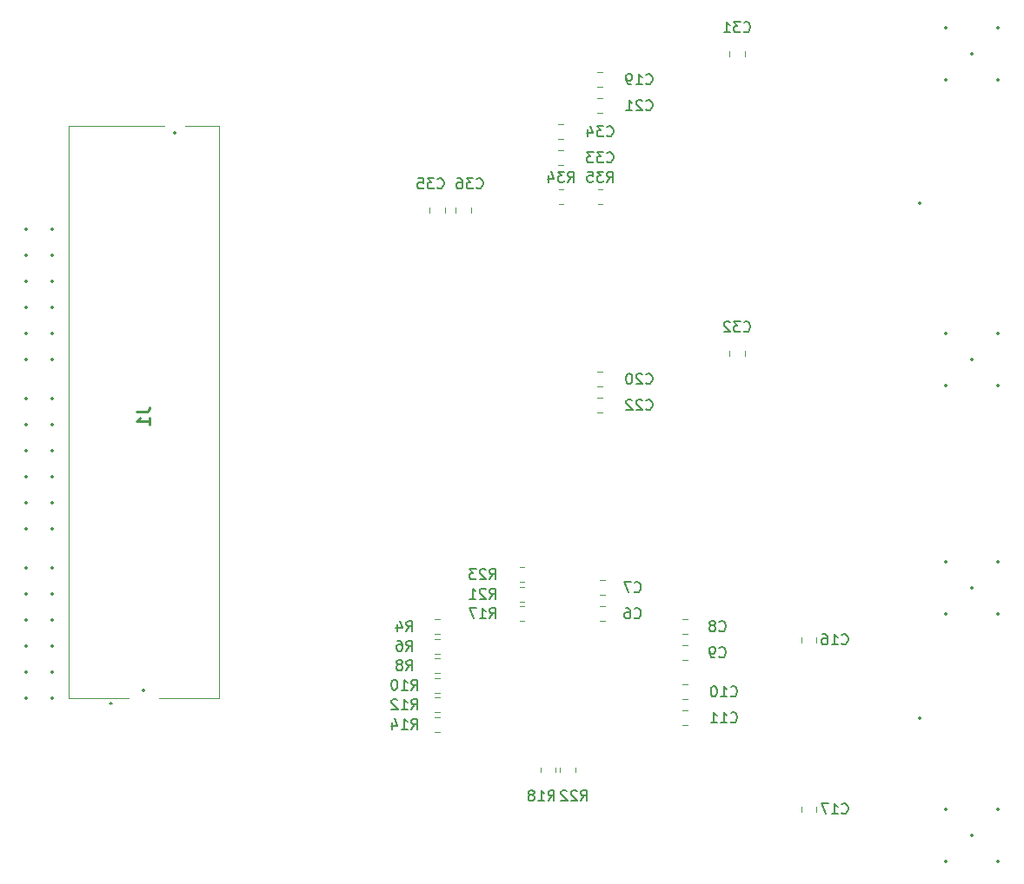
<source format=gbo>
%TF.GenerationSoftware,KiCad,Pcbnew,8.0.0*%
%TF.CreationDate,2024-09-01T00:48:49+03:00*%
%TF.ProjectId,ML605_LPC_Board_wADC_DAC,4d4c3630-355f-44c5-9043-5f426f617264,rev?*%
%TF.SameCoordinates,Original*%
%TF.FileFunction,Legend,Bot*%
%TF.FilePolarity,Positive*%
%FSLAX46Y46*%
G04 Gerber Fmt 4.6, Leading zero omitted, Abs format (unit mm)*
G04 Created by KiCad (PCBNEW 8.0.0) date 2024-09-01 00:48:49*
%MOMM*%
%LPD*%
G01*
G04 APERTURE LIST*
%ADD10C,0.177800*%
%ADD11C,0.254000*%
%ADD12C,0.120000*%
%ADD13C,0.100000*%
%ADD14C,0.200000*%
%ADD15C,0.350000*%
G04 APERTURE END LIST*
D10*
X146773142Y-85594013D02*
X146821523Y-85642394D01*
X146821523Y-85642394D02*
X146966666Y-85690774D01*
X146966666Y-85690774D02*
X147063428Y-85690774D01*
X147063428Y-85690774D02*
X147208571Y-85642394D01*
X147208571Y-85642394D02*
X147305333Y-85545632D01*
X147305333Y-85545632D02*
X147353714Y-85448870D01*
X147353714Y-85448870D02*
X147402095Y-85255346D01*
X147402095Y-85255346D02*
X147402095Y-85110203D01*
X147402095Y-85110203D02*
X147353714Y-84916679D01*
X147353714Y-84916679D02*
X147305333Y-84819917D01*
X147305333Y-84819917D02*
X147208571Y-84723155D01*
X147208571Y-84723155D02*
X147063428Y-84674774D01*
X147063428Y-84674774D02*
X146966666Y-84674774D01*
X146966666Y-84674774D02*
X146821523Y-84723155D01*
X146821523Y-84723155D02*
X146773142Y-84771536D01*
X146434476Y-84674774D02*
X145805523Y-84674774D01*
X145805523Y-84674774D02*
X146144190Y-85061822D01*
X146144190Y-85061822D02*
X145999047Y-85061822D01*
X145999047Y-85061822D02*
X145902285Y-85110203D01*
X145902285Y-85110203D02*
X145853904Y-85158584D01*
X145853904Y-85158584D02*
X145805523Y-85255346D01*
X145805523Y-85255346D02*
X145805523Y-85497251D01*
X145805523Y-85497251D02*
X145853904Y-85594013D01*
X145853904Y-85594013D02*
X145902285Y-85642394D01*
X145902285Y-85642394D02*
X145999047Y-85690774D01*
X145999047Y-85690774D02*
X146289333Y-85690774D01*
X146289333Y-85690774D02*
X146386095Y-85642394D01*
X146386095Y-85642394D02*
X146434476Y-85594013D01*
X145418476Y-84771536D02*
X145370095Y-84723155D01*
X145370095Y-84723155D02*
X145273333Y-84674774D01*
X145273333Y-84674774D02*
X145031428Y-84674774D01*
X145031428Y-84674774D02*
X144934666Y-84723155D01*
X144934666Y-84723155D02*
X144886285Y-84771536D01*
X144886285Y-84771536D02*
X144837904Y-84868298D01*
X144837904Y-84868298D02*
X144837904Y-84965060D01*
X144837904Y-84965060D02*
X144886285Y-85110203D01*
X144886285Y-85110203D02*
X145466857Y-85690774D01*
X145466857Y-85690774D02*
X144837904Y-85690774D01*
X137248142Y-90674013D02*
X137296523Y-90722394D01*
X137296523Y-90722394D02*
X137441666Y-90770774D01*
X137441666Y-90770774D02*
X137538428Y-90770774D01*
X137538428Y-90770774D02*
X137683571Y-90722394D01*
X137683571Y-90722394D02*
X137780333Y-90625632D01*
X137780333Y-90625632D02*
X137828714Y-90528870D01*
X137828714Y-90528870D02*
X137877095Y-90335346D01*
X137877095Y-90335346D02*
X137877095Y-90190203D01*
X137877095Y-90190203D02*
X137828714Y-89996679D01*
X137828714Y-89996679D02*
X137780333Y-89899917D01*
X137780333Y-89899917D02*
X137683571Y-89803155D01*
X137683571Y-89803155D02*
X137538428Y-89754774D01*
X137538428Y-89754774D02*
X137441666Y-89754774D01*
X137441666Y-89754774D02*
X137296523Y-89803155D01*
X137296523Y-89803155D02*
X137248142Y-89851536D01*
X136861095Y-89851536D02*
X136812714Y-89803155D01*
X136812714Y-89803155D02*
X136715952Y-89754774D01*
X136715952Y-89754774D02*
X136474047Y-89754774D01*
X136474047Y-89754774D02*
X136377285Y-89803155D01*
X136377285Y-89803155D02*
X136328904Y-89851536D01*
X136328904Y-89851536D02*
X136280523Y-89948298D01*
X136280523Y-89948298D02*
X136280523Y-90045060D01*
X136280523Y-90045060D02*
X136328904Y-90190203D01*
X136328904Y-90190203D02*
X136909476Y-90770774D01*
X136909476Y-90770774D02*
X136280523Y-90770774D01*
X135651571Y-89754774D02*
X135554809Y-89754774D01*
X135554809Y-89754774D02*
X135458047Y-89803155D01*
X135458047Y-89803155D02*
X135409666Y-89851536D01*
X135409666Y-89851536D02*
X135361285Y-89948298D01*
X135361285Y-89948298D02*
X135312904Y-90141822D01*
X135312904Y-90141822D02*
X135312904Y-90383727D01*
X135312904Y-90383727D02*
X135361285Y-90577251D01*
X135361285Y-90577251D02*
X135409666Y-90674013D01*
X135409666Y-90674013D02*
X135458047Y-90722394D01*
X135458047Y-90722394D02*
X135554809Y-90770774D01*
X135554809Y-90770774D02*
X135651571Y-90770774D01*
X135651571Y-90770774D02*
X135748333Y-90722394D01*
X135748333Y-90722394D02*
X135796714Y-90674013D01*
X135796714Y-90674013D02*
X135845095Y-90577251D01*
X135845095Y-90577251D02*
X135893476Y-90383727D01*
X135893476Y-90383727D02*
X135893476Y-90141822D01*
X135893476Y-90141822D02*
X135845095Y-89948298D01*
X135845095Y-89948298D02*
X135796714Y-89851536D01*
X135796714Y-89851536D02*
X135748333Y-89803155D01*
X135748333Y-89803155D02*
X135651571Y-89754774D01*
D11*
X87639318Y-93505667D02*
X88546461Y-93505667D01*
X88546461Y-93505667D02*
X88727889Y-93445190D01*
X88727889Y-93445190D02*
X88848842Y-93324238D01*
X88848842Y-93324238D02*
X88909318Y-93142809D01*
X88909318Y-93142809D02*
X88909318Y-93021857D01*
X88909318Y-94775667D02*
X88909318Y-94049952D01*
X88909318Y-94412809D02*
X87639318Y-94412809D01*
X87639318Y-94412809D02*
X87820746Y-94291857D01*
X87820746Y-94291857D02*
X87941699Y-94170905D01*
X87941699Y-94170905D02*
X88002175Y-94049952D01*
D10*
X113904332Y-116805774D02*
X114242999Y-116321965D01*
X114484904Y-116805774D02*
X114484904Y-115789774D01*
X114484904Y-115789774D02*
X114097856Y-115789774D01*
X114097856Y-115789774D02*
X114001094Y-115838155D01*
X114001094Y-115838155D02*
X113952713Y-115886536D01*
X113952713Y-115886536D02*
X113904332Y-115983298D01*
X113904332Y-115983298D02*
X113904332Y-116128441D01*
X113904332Y-116128441D02*
X113952713Y-116225203D01*
X113952713Y-116225203D02*
X114001094Y-116273584D01*
X114001094Y-116273584D02*
X114097856Y-116321965D01*
X114097856Y-116321965D02*
X114484904Y-116321965D01*
X113033475Y-115789774D02*
X113226999Y-115789774D01*
X113226999Y-115789774D02*
X113323761Y-115838155D01*
X113323761Y-115838155D02*
X113372142Y-115886536D01*
X113372142Y-115886536D02*
X113468904Y-116031679D01*
X113468904Y-116031679D02*
X113517285Y-116225203D01*
X113517285Y-116225203D02*
X113517285Y-116612251D01*
X113517285Y-116612251D02*
X113468904Y-116709013D01*
X113468904Y-116709013D02*
X113420523Y-116757394D01*
X113420523Y-116757394D02*
X113323761Y-116805774D01*
X113323761Y-116805774D02*
X113130237Y-116805774D01*
X113130237Y-116805774D02*
X113033475Y-116757394D01*
X113033475Y-116757394D02*
X112985094Y-116709013D01*
X112985094Y-116709013D02*
X112936713Y-116612251D01*
X112936713Y-116612251D02*
X112936713Y-116370346D01*
X112936713Y-116370346D02*
X112985094Y-116273584D01*
X112985094Y-116273584D02*
X113033475Y-116225203D01*
X113033475Y-116225203D02*
X113130237Y-116176822D01*
X113130237Y-116176822D02*
X113323761Y-116176822D01*
X113323761Y-116176822D02*
X113420523Y-116225203D01*
X113420523Y-116225203D02*
X113468904Y-116273584D01*
X113468904Y-116273584D02*
X113517285Y-116370346D01*
X122008142Y-113630774D02*
X122346809Y-113146965D01*
X122588714Y-113630774D02*
X122588714Y-112614774D01*
X122588714Y-112614774D02*
X122201666Y-112614774D01*
X122201666Y-112614774D02*
X122104904Y-112663155D01*
X122104904Y-112663155D02*
X122056523Y-112711536D01*
X122056523Y-112711536D02*
X122008142Y-112808298D01*
X122008142Y-112808298D02*
X122008142Y-112953441D01*
X122008142Y-112953441D02*
X122056523Y-113050203D01*
X122056523Y-113050203D02*
X122104904Y-113098584D01*
X122104904Y-113098584D02*
X122201666Y-113146965D01*
X122201666Y-113146965D02*
X122588714Y-113146965D01*
X121040523Y-113630774D02*
X121621095Y-113630774D01*
X121330809Y-113630774D02*
X121330809Y-112614774D01*
X121330809Y-112614774D02*
X121427571Y-112759917D01*
X121427571Y-112759917D02*
X121524333Y-112856679D01*
X121524333Y-112856679D02*
X121621095Y-112905060D01*
X120701857Y-112614774D02*
X120024523Y-112614774D01*
X120024523Y-112614774D02*
X120459952Y-113630774D01*
X114388142Y-120615774D02*
X114726809Y-120131965D01*
X114968714Y-120615774D02*
X114968714Y-119599774D01*
X114968714Y-119599774D02*
X114581666Y-119599774D01*
X114581666Y-119599774D02*
X114484904Y-119648155D01*
X114484904Y-119648155D02*
X114436523Y-119696536D01*
X114436523Y-119696536D02*
X114388142Y-119793298D01*
X114388142Y-119793298D02*
X114388142Y-119938441D01*
X114388142Y-119938441D02*
X114436523Y-120035203D01*
X114436523Y-120035203D02*
X114484904Y-120083584D01*
X114484904Y-120083584D02*
X114581666Y-120131965D01*
X114581666Y-120131965D02*
X114968714Y-120131965D01*
X113420523Y-120615774D02*
X114001095Y-120615774D01*
X113710809Y-120615774D02*
X113710809Y-119599774D01*
X113710809Y-119599774D02*
X113807571Y-119744917D01*
X113807571Y-119744917D02*
X113904333Y-119841679D01*
X113904333Y-119841679D02*
X114001095Y-119890060D01*
X112791571Y-119599774D02*
X112694809Y-119599774D01*
X112694809Y-119599774D02*
X112598047Y-119648155D01*
X112598047Y-119648155D02*
X112549666Y-119696536D01*
X112549666Y-119696536D02*
X112501285Y-119793298D01*
X112501285Y-119793298D02*
X112452904Y-119986822D01*
X112452904Y-119986822D02*
X112452904Y-120228727D01*
X112452904Y-120228727D02*
X112501285Y-120422251D01*
X112501285Y-120422251D02*
X112549666Y-120519013D01*
X112549666Y-120519013D02*
X112598047Y-120567394D01*
X112598047Y-120567394D02*
X112694809Y-120615774D01*
X112694809Y-120615774D02*
X112791571Y-120615774D01*
X112791571Y-120615774D02*
X112888333Y-120567394D01*
X112888333Y-120567394D02*
X112936714Y-120519013D01*
X112936714Y-120519013D02*
X112985095Y-120422251D01*
X112985095Y-120422251D02*
X113033476Y-120228727D01*
X113033476Y-120228727D02*
X113033476Y-119986822D01*
X113033476Y-119986822D02*
X112985095Y-119793298D01*
X112985095Y-119793298D02*
X112936714Y-119696536D01*
X112936714Y-119696536D02*
X112888333Y-119648155D01*
X112888333Y-119648155D02*
X112791571Y-119599774D01*
X156298142Y-132584013D02*
X156346523Y-132632394D01*
X156346523Y-132632394D02*
X156491666Y-132680774D01*
X156491666Y-132680774D02*
X156588428Y-132680774D01*
X156588428Y-132680774D02*
X156733571Y-132632394D01*
X156733571Y-132632394D02*
X156830333Y-132535632D01*
X156830333Y-132535632D02*
X156878714Y-132438870D01*
X156878714Y-132438870D02*
X156927095Y-132245346D01*
X156927095Y-132245346D02*
X156927095Y-132100203D01*
X156927095Y-132100203D02*
X156878714Y-131906679D01*
X156878714Y-131906679D02*
X156830333Y-131809917D01*
X156830333Y-131809917D02*
X156733571Y-131713155D01*
X156733571Y-131713155D02*
X156588428Y-131664774D01*
X156588428Y-131664774D02*
X156491666Y-131664774D01*
X156491666Y-131664774D02*
X156346523Y-131713155D01*
X156346523Y-131713155D02*
X156298142Y-131761536D01*
X155330523Y-132680774D02*
X155911095Y-132680774D01*
X155620809Y-132680774D02*
X155620809Y-131664774D01*
X155620809Y-131664774D02*
X155717571Y-131809917D01*
X155717571Y-131809917D02*
X155814333Y-131906679D01*
X155814333Y-131906679D02*
X155911095Y-131955060D01*
X154991857Y-131664774D02*
X154314523Y-131664774D01*
X154314523Y-131664774D02*
X154749952Y-132680774D01*
X120738142Y-71624013D02*
X120786523Y-71672394D01*
X120786523Y-71672394D02*
X120931666Y-71720774D01*
X120931666Y-71720774D02*
X121028428Y-71720774D01*
X121028428Y-71720774D02*
X121173571Y-71672394D01*
X121173571Y-71672394D02*
X121270333Y-71575632D01*
X121270333Y-71575632D02*
X121318714Y-71478870D01*
X121318714Y-71478870D02*
X121367095Y-71285346D01*
X121367095Y-71285346D02*
X121367095Y-71140203D01*
X121367095Y-71140203D02*
X121318714Y-70946679D01*
X121318714Y-70946679D02*
X121270333Y-70849917D01*
X121270333Y-70849917D02*
X121173571Y-70753155D01*
X121173571Y-70753155D02*
X121028428Y-70704774D01*
X121028428Y-70704774D02*
X120931666Y-70704774D01*
X120931666Y-70704774D02*
X120786523Y-70753155D01*
X120786523Y-70753155D02*
X120738142Y-70801536D01*
X120399476Y-70704774D02*
X119770523Y-70704774D01*
X119770523Y-70704774D02*
X120109190Y-71091822D01*
X120109190Y-71091822D02*
X119964047Y-71091822D01*
X119964047Y-71091822D02*
X119867285Y-71140203D01*
X119867285Y-71140203D02*
X119818904Y-71188584D01*
X119818904Y-71188584D02*
X119770523Y-71285346D01*
X119770523Y-71285346D02*
X119770523Y-71527251D01*
X119770523Y-71527251D02*
X119818904Y-71624013D01*
X119818904Y-71624013D02*
X119867285Y-71672394D01*
X119867285Y-71672394D02*
X119964047Y-71720774D01*
X119964047Y-71720774D02*
X120254333Y-71720774D01*
X120254333Y-71720774D02*
X120351095Y-71672394D01*
X120351095Y-71672394D02*
X120399476Y-71624013D01*
X118899666Y-70704774D02*
X119093190Y-70704774D01*
X119093190Y-70704774D02*
X119189952Y-70753155D01*
X119189952Y-70753155D02*
X119238333Y-70801536D01*
X119238333Y-70801536D02*
X119335095Y-70946679D01*
X119335095Y-70946679D02*
X119383476Y-71140203D01*
X119383476Y-71140203D02*
X119383476Y-71527251D01*
X119383476Y-71527251D02*
X119335095Y-71624013D01*
X119335095Y-71624013D02*
X119286714Y-71672394D01*
X119286714Y-71672394D02*
X119189952Y-71720774D01*
X119189952Y-71720774D02*
X118996428Y-71720774D01*
X118996428Y-71720774D02*
X118899666Y-71672394D01*
X118899666Y-71672394D02*
X118851285Y-71624013D01*
X118851285Y-71624013D02*
X118802904Y-71527251D01*
X118802904Y-71527251D02*
X118802904Y-71285346D01*
X118802904Y-71285346D02*
X118851285Y-71188584D01*
X118851285Y-71188584D02*
X118899666Y-71140203D01*
X118899666Y-71140203D02*
X118996428Y-71091822D01*
X118996428Y-71091822D02*
X119189952Y-71091822D01*
X119189952Y-71091822D02*
X119286714Y-71140203D01*
X119286714Y-71140203D02*
X119335095Y-71188584D01*
X119335095Y-71188584D02*
X119383476Y-71285346D01*
X113904332Y-118710774D02*
X114242999Y-118226965D01*
X114484904Y-118710774D02*
X114484904Y-117694774D01*
X114484904Y-117694774D02*
X114097856Y-117694774D01*
X114097856Y-117694774D02*
X114001094Y-117743155D01*
X114001094Y-117743155D02*
X113952713Y-117791536D01*
X113952713Y-117791536D02*
X113904332Y-117888298D01*
X113904332Y-117888298D02*
X113904332Y-118033441D01*
X113904332Y-118033441D02*
X113952713Y-118130203D01*
X113952713Y-118130203D02*
X114001094Y-118178584D01*
X114001094Y-118178584D02*
X114097856Y-118226965D01*
X114097856Y-118226965D02*
X114484904Y-118226965D01*
X113323761Y-118130203D02*
X113420523Y-118081822D01*
X113420523Y-118081822D02*
X113468904Y-118033441D01*
X113468904Y-118033441D02*
X113517285Y-117936679D01*
X113517285Y-117936679D02*
X113517285Y-117888298D01*
X113517285Y-117888298D02*
X113468904Y-117791536D01*
X113468904Y-117791536D02*
X113420523Y-117743155D01*
X113420523Y-117743155D02*
X113323761Y-117694774D01*
X113323761Y-117694774D02*
X113130237Y-117694774D01*
X113130237Y-117694774D02*
X113033475Y-117743155D01*
X113033475Y-117743155D02*
X112985094Y-117791536D01*
X112985094Y-117791536D02*
X112936713Y-117888298D01*
X112936713Y-117888298D02*
X112936713Y-117936679D01*
X112936713Y-117936679D02*
X112985094Y-118033441D01*
X112985094Y-118033441D02*
X113033475Y-118081822D01*
X113033475Y-118081822D02*
X113130237Y-118130203D01*
X113130237Y-118130203D02*
X113323761Y-118130203D01*
X113323761Y-118130203D02*
X113420523Y-118178584D01*
X113420523Y-118178584D02*
X113468904Y-118226965D01*
X113468904Y-118226965D02*
X113517285Y-118323727D01*
X113517285Y-118323727D02*
X113517285Y-118517251D01*
X113517285Y-118517251D02*
X113468904Y-118614013D01*
X113468904Y-118614013D02*
X113420523Y-118662394D01*
X113420523Y-118662394D02*
X113323761Y-118710774D01*
X113323761Y-118710774D02*
X113130237Y-118710774D01*
X113130237Y-118710774D02*
X113033475Y-118662394D01*
X113033475Y-118662394D02*
X112985094Y-118614013D01*
X112985094Y-118614013D02*
X112936713Y-118517251D01*
X112936713Y-118517251D02*
X112936713Y-118323727D01*
X112936713Y-118323727D02*
X112985094Y-118226965D01*
X112985094Y-118226965D02*
X113033475Y-118178584D01*
X113033475Y-118178584D02*
X113130237Y-118130203D01*
X136129332Y-110994013D02*
X136177713Y-111042394D01*
X136177713Y-111042394D02*
X136322856Y-111090774D01*
X136322856Y-111090774D02*
X136419618Y-111090774D01*
X136419618Y-111090774D02*
X136564761Y-111042394D01*
X136564761Y-111042394D02*
X136661523Y-110945632D01*
X136661523Y-110945632D02*
X136709904Y-110848870D01*
X136709904Y-110848870D02*
X136758285Y-110655346D01*
X136758285Y-110655346D02*
X136758285Y-110510203D01*
X136758285Y-110510203D02*
X136709904Y-110316679D01*
X136709904Y-110316679D02*
X136661523Y-110219917D01*
X136661523Y-110219917D02*
X136564761Y-110123155D01*
X136564761Y-110123155D02*
X136419618Y-110074774D01*
X136419618Y-110074774D02*
X136322856Y-110074774D01*
X136322856Y-110074774D02*
X136177713Y-110123155D01*
X136177713Y-110123155D02*
X136129332Y-110171536D01*
X135790666Y-110074774D02*
X135113332Y-110074774D01*
X135113332Y-110074774D02*
X135548761Y-111090774D01*
X133438142Y-66544013D02*
X133486523Y-66592394D01*
X133486523Y-66592394D02*
X133631666Y-66640774D01*
X133631666Y-66640774D02*
X133728428Y-66640774D01*
X133728428Y-66640774D02*
X133873571Y-66592394D01*
X133873571Y-66592394D02*
X133970333Y-66495632D01*
X133970333Y-66495632D02*
X134018714Y-66398870D01*
X134018714Y-66398870D02*
X134067095Y-66205346D01*
X134067095Y-66205346D02*
X134067095Y-66060203D01*
X134067095Y-66060203D02*
X134018714Y-65866679D01*
X134018714Y-65866679D02*
X133970333Y-65769917D01*
X133970333Y-65769917D02*
X133873571Y-65673155D01*
X133873571Y-65673155D02*
X133728428Y-65624774D01*
X133728428Y-65624774D02*
X133631666Y-65624774D01*
X133631666Y-65624774D02*
X133486523Y-65673155D01*
X133486523Y-65673155D02*
X133438142Y-65721536D01*
X133099476Y-65624774D02*
X132470523Y-65624774D01*
X132470523Y-65624774D02*
X132809190Y-66011822D01*
X132809190Y-66011822D02*
X132664047Y-66011822D01*
X132664047Y-66011822D02*
X132567285Y-66060203D01*
X132567285Y-66060203D02*
X132518904Y-66108584D01*
X132518904Y-66108584D02*
X132470523Y-66205346D01*
X132470523Y-66205346D02*
X132470523Y-66447251D01*
X132470523Y-66447251D02*
X132518904Y-66544013D01*
X132518904Y-66544013D02*
X132567285Y-66592394D01*
X132567285Y-66592394D02*
X132664047Y-66640774D01*
X132664047Y-66640774D02*
X132954333Y-66640774D01*
X132954333Y-66640774D02*
X133051095Y-66592394D01*
X133051095Y-66592394D02*
X133099476Y-66544013D01*
X131599666Y-65963441D02*
X131599666Y-66640774D01*
X131841571Y-65576394D02*
X132083476Y-66302108D01*
X132083476Y-66302108D02*
X131454523Y-66302108D01*
X127723142Y-131410774D02*
X128061809Y-130926965D01*
X128303714Y-131410774D02*
X128303714Y-130394774D01*
X128303714Y-130394774D02*
X127916666Y-130394774D01*
X127916666Y-130394774D02*
X127819904Y-130443155D01*
X127819904Y-130443155D02*
X127771523Y-130491536D01*
X127771523Y-130491536D02*
X127723142Y-130588298D01*
X127723142Y-130588298D02*
X127723142Y-130733441D01*
X127723142Y-130733441D02*
X127771523Y-130830203D01*
X127771523Y-130830203D02*
X127819904Y-130878584D01*
X127819904Y-130878584D02*
X127916666Y-130926965D01*
X127916666Y-130926965D02*
X128303714Y-130926965D01*
X126755523Y-131410774D02*
X127336095Y-131410774D01*
X127045809Y-131410774D02*
X127045809Y-130394774D01*
X127045809Y-130394774D02*
X127142571Y-130539917D01*
X127142571Y-130539917D02*
X127239333Y-130636679D01*
X127239333Y-130636679D02*
X127336095Y-130685060D01*
X126174952Y-130830203D02*
X126271714Y-130781822D01*
X126271714Y-130781822D02*
X126320095Y-130733441D01*
X126320095Y-130733441D02*
X126368476Y-130636679D01*
X126368476Y-130636679D02*
X126368476Y-130588298D01*
X126368476Y-130588298D02*
X126320095Y-130491536D01*
X126320095Y-130491536D02*
X126271714Y-130443155D01*
X126271714Y-130443155D02*
X126174952Y-130394774D01*
X126174952Y-130394774D02*
X125981428Y-130394774D01*
X125981428Y-130394774D02*
X125884666Y-130443155D01*
X125884666Y-130443155D02*
X125836285Y-130491536D01*
X125836285Y-130491536D02*
X125787904Y-130588298D01*
X125787904Y-130588298D02*
X125787904Y-130636679D01*
X125787904Y-130636679D02*
X125836285Y-130733441D01*
X125836285Y-130733441D02*
X125884666Y-130781822D01*
X125884666Y-130781822D02*
X125981428Y-130830203D01*
X125981428Y-130830203D02*
X126174952Y-130830203D01*
X126174952Y-130830203D02*
X126271714Y-130878584D01*
X126271714Y-130878584D02*
X126320095Y-130926965D01*
X126320095Y-130926965D02*
X126368476Y-131023727D01*
X126368476Y-131023727D02*
X126368476Y-131217251D01*
X126368476Y-131217251D02*
X126320095Y-131314013D01*
X126320095Y-131314013D02*
X126271714Y-131362394D01*
X126271714Y-131362394D02*
X126174952Y-131410774D01*
X126174952Y-131410774D02*
X125981428Y-131410774D01*
X125981428Y-131410774D02*
X125884666Y-131362394D01*
X125884666Y-131362394D02*
X125836285Y-131314013D01*
X125836285Y-131314013D02*
X125787904Y-131217251D01*
X125787904Y-131217251D02*
X125787904Y-131023727D01*
X125787904Y-131023727D02*
X125836285Y-130926965D01*
X125836285Y-130926965D02*
X125884666Y-130878584D01*
X125884666Y-130878584D02*
X125981428Y-130830203D01*
X114388142Y-122520774D02*
X114726809Y-122036965D01*
X114968714Y-122520774D02*
X114968714Y-121504774D01*
X114968714Y-121504774D02*
X114581666Y-121504774D01*
X114581666Y-121504774D02*
X114484904Y-121553155D01*
X114484904Y-121553155D02*
X114436523Y-121601536D01*
X114436523Y-121601536D02*
X114388142Y-121698298D01*
X114388142Y-121698298D02*
X114388142Y-121843441D01*
X114388142Y-121843441D02*
X114436523Y-121940203D01*
X114436523Y-121940203D02*
X114484904Y-121988584D01*
X114484904Y-121988584D02*
X114581666Y-122036965D01*
X114581666Y-122036965D02*
X114968714Y-122036965D01*
X113420523Y-122520774D02*
X114001095Y-122520774D01*
X113710809Y-122520774D02*
X113710809Y-121504774D01*
X113710809Y-121504774D02*
X113807571Y-121649917D01*
X113807571Y-121649917D02*
X113904333Y-121746679D01*
X113904333Y-121746679D02*
X114001095Y-121795060D01*
X113033476Y-121601536D02*
X112985095Y-121553155D01*
X112985095Y-121553155D02*
X112888333Y-121504774D01*
X112888333Y-121504774D02*
X112646428Y-121504774D01*
X112646428Y-121504774D02*
X112549666Y-121553155D01*
X112549666Y-121553155D02*
X112501285Y-121601536D01*
X112501285Y-121601536D02*
X112452904Y-121698298D01*
X112452904Y-121698298D02*
X112452904Y-121795060D01*
X112452904Y-121795060D02*
X112501285Y-121940203D01*
X112501285Y-121940203D02*
X113081857Y-122520774D01*
X113081857Y-122520774D02*
X112452904Y-122520774D01*
X129628142Y-71085774D02*
X129966809Y-70601965D01*
X130208714Y-71085774D02*
X130208714Y-70069774D01*
X130208714Y-70069774D02*
X129821666Y-70069774D01*
X129821666Y-70069774D02*
X129724904Y-70118155D01*
X129724904Y-70118155D02*
X129676523Y-70166536D01*
X129676523Y-70166536D02*
X129628142Y-70263298D01*
X129628142Y-70263298D02*
X129628142Y-70408441D01*
X129628142Y-70408441D02*
X129676523Y-70505203D01*
X129676523Y-70505203D02*
X129724904Y-70553584D01*
X129724904Y-70553584D02*
X129821666Y-70601965D01*
X129821666Y-70601965D02*
X130208714Y-70601965D01*
X129289476Y-70069774D02*
X128660523Y-70069774D01*
X128660523Y-70069774D02*
X128999190Y-70456822D01*
X128999190Y-70456822D02*
X128854047Y-70456822D01*
X128854047Y-70456822D02*
X128757285Y-70505203D01*
X128757285Y-70505203D02*
X128708904Y-70553584D01*
X128708904Y-70553584D02*
X128660523Y-70650346D01*
X128660523Y-70650346D02*
X128660523Y-70892251D01*
X128660523Y-70892251D02*
X128708904Y-70989013D01*
X128708904Y-70989013D02*
X128757285Y-71037394D01*
X128757285Y-71037394D02*
X128854047Y-71085774D01*
X128854047Y-71085774D02*
X129144333Y-71085774D01*
X129144333Y-71085774D02*
X129241095Y-71037394D01*
X129241095Y-71037394D02*
X129289476Y-70989013D01*
X127789666Y-70408441D02*
X127789666Y-71085774D01*
X128031571Y-70021394D02*
X128273476Y-70747108D01*
X128273476Y-70747108D02*
X127644523Y-70747108D01*
X137248142Y-61464013D02*
X137296523Y-61512394D01*
X137296523Y-61512394D02*
X137441666Y-61560774D01*
X137441666Y-61560774D02*
X137538428Y-61560774D01*
X137538428Y-61560774D02*
X137683571Y-61512394D01*
X137683571Y-61512394D02*
X137780333Y-61415632D01*
X137780333Y-61415632D02*
X137828714Y-61318870D01*
X137828714Y-61318870D02*
X137877095Y-61125346D01*
X137877095Y-61125346D02*
X137877095Y-60980203D01*
X137877095Y-60980203D02*
X137828714Y-60786679D01*
X137828714Y-60786679D02*
X137780333Y-60689917D01*
X137780333Y-60689917D02*
X137683571Y-60593155D01*
X137683571Y-60593155D02*
X137538428Y-60544774D01*
X137538428Y-60544774D02*
X137441666Y-60544774D01*
X137441666Y-60544774D02*
X137296523Y-60593155D01*
X137296523Y-60593155D02*
X137248142Y-60641536D01*
X136280523Y-61560774D02*
X136861095Y-61560774D01*
X136570809Y-61560774D02*
X136570809Y-60544774D01*
X136570809Y-60544774D02*
X136667571Y-60689917D01*
X136667571Y-60689917D02*
X136764333Y-60786679D01*
X136764333Y-60786679D02*
X136861095Y-60835060D01*
X135796714Y-61560774D02*
X135603190Y-61560774D01*
X135603190Y-61560774D02*
X135506428Y-61512394D01*
X135506428Y-61512394D02*
X135458047Y-61464013D01*
X135458047Y-61464013D02*
X135361285Y-61318870D01*
X135361285Y-61318870D02*
X135312904Y-61125346D01*
X135312904Y-61125346D02*
X135312904Y-60738298D01*
X135312904Y-60738298D02*
X135361285Y-60641536D01*
X135361285Y-60641536D02*
X135409666Y-60593155D01*
X135409666Y-60593155D02*
X135506428Y-60544774D01*
X135506428Y-60544774D02*
X135699952Y-60544774D01*
X135699952Y-60544774D02*
X135796714Y-60593155D01*
X135796714Y-60593155D02*
X135845095Y-60641536D01*
X135845095Y-60641536D02*
X135893476Y-60738298D01*
X135893476Y-60738298D02*
X135893476Y-60980203D01*
X135893476Y-60980203D02*
X135845095Y-61076965D01*
X135845095Y-61076965D02*
X135796714Y-61125346D01*
X135796714Y-61125346D02*
X135699952Y-61173727D01*
X135699952Y-61173727D02*
X135506428Y-61173727D01*
X135506428Y-61173727D02*
X135409666Y-61125346D01*
X135409666Y-61125346D02*
X135361285Y-61076965D01*
X135361285Y-61076965D02*
X135312904Y-60980203D01*
X113904332Y-114900774D02*
X114242999Y-114416965D01*
X114484904Y-114900774D02*
X114484904Y-113884774D01*
X114484904Y-113884774D02*
X114097856Y-113884774D01*
X114097856Y-113884774D02*
X114001094Y-113933155D01*
X114001094Y-113933155D02*
X113952713Y-113981536D01*
X113952713Y-113981536D02*
X113904332Y-114078298D01*
X113904332Y-114078298D02*
X113904332Y-114223441D01*
X113904332Y-114223441D02*
X113952713Y-114320203D01*
X113952713Y-114320203D02*
X114001094Y-114368584D01*
X114001094Y-114368584D02*
X114097856Y-114416965D01*
X114097856Y-114416965D02*
X114484904Y-114416965D01*
X113033475Y-114223441D02*
X113033475Y-114900774D01*
X113275380Y-113836394D02*
X113517285Y-114562108D01*
X113517285Y-114562108D02*
X112888332Y-114562108D01*
X122008142Y-111725774D02*
X122346809Y-111241965D01*
X122588714Y-111725774D02*
X122588714Y-110709774D01*
X122588714Y-110709774D02*
X122201666Y-110709774D01*
X122201666Y-110709774D02*
X122104904Y-110758155D01*
X122104904Y-110758155D02*
X122056523Y-110806536D01*
X122056523Y-110806536D02*
X122008142Y-110903298D01*
X122008142Y-110903298D02*
X122008142Y-111048441D01*
X122008142Y-111048441D02*
X122056523Y-111145203D01*
X122056523Y-111145203D02*
X122104904Y-111193584D01*
X122104904Y-111193584D02*
X122201666Y-111241965D01*
X122201666Y-111241965D02*
X122588714Y-111241965D01*
X121621095Y-110806536D02*
X121572714Y-110758155D01*
X121572714Y-110758155D02*
X121475952Y-110709774D01*
X121475952Y-110709774D02*
X121234047Y-110709774D01*
X121234047Y-110709774D02*
X121137285Y-110758155D01*
X121137285Y-110758155D02*
X121088904Y-110806536D01*
X121088904Y-110806536D02*
X121040523Y-110903298D01*
X121040523Y-110903298D02*
X121040523Y-111000060D01*
X121040523Y-111000060D02*
X121088904Y-111145203D01*
X121088904Y-111145203D02*
X121669476Y-111725774D01*
X121669476Y-111725774D02*
X121040523Y-111725774D01*
X120072904Y-111725774D02*
X120653476Y-111725774D01*
X120363190Y-111725774D02*
X120363190Y-110709774D01*
X120363190Y-110709774D02*
X120459952Y-110854917D01*
X120459952Y-110854917D02*
X120556714Y-110951679D01*
X120556714Y-110951679D02*
X120653476Y-111000060D01*
X122008142Y-109820774D02*
X122346809Y-109336965D01*
X122588714Y-109820774D02*
X122588714Y-108804774D01*
X122588714Y-108804774D02*
X122201666Y-108804774D01*
X122201666Y-108804774D02*
X122104904Y-108853155D01*
X122104904Y-108853155D02*
X122056523Y-108901536D01*
X122056523Y-108901536D02*
X122008142Y-108998298D01*
X122008142Y-108998298D02*
X122008142Y-109143441D01*
X122008142Y-109143441D02*
X122056523Y-109240203D01*
X122056523Y-109240203D02*
X122104904Y-109288584D01*
X122104904Y-109288584D02*
X122201666Y-109336965D01*
X122201666Y-109336965D02*
X122588714Y-109336965D01*
X121621095Y-108901536D02*
X121572714Y-108853155D01*
X121572714Y-108853155D02*
X121475952Y-108804774D01*
X121475952Y-108804774D02*
X121234047Y-108804774D01*
X121234047Y-108804774D02*
X121137285Y-108853155D01*
X121137285Y-108853155D02*
X121088904Y-108901536D01*
X121088904Y-108901536D02*
X121040523Y-108998298D01*
X121040523Y-108998298D02*
X121040523Y-109095060D01*
X121040523Y-109095060D02*
X121088904Y-109240203D01*
X121088904Y-109240203D02*
X121669476Y-109820774D01*
X121669476Y-109820774D02*
X121040523Y-109820774D01*
X120701857Y-108804774D02*
X120072904Y-108804774D01*
X120072904Y-108804774D02*
X120411571Y-109191822D01*
X120411571Y-109191822D02*
X120266428Y-109191822D01*
X120266428Y-109191822D02*
X120169666Y-109240203D01*
X120169666Y-109240203D02*
X120121285Y-109288584D01*
X120121285Y-109288584D02*
X120072904Y-109385346D01*
X120072904Y-109385346D02*
X120072904Y-109627251D01*
X120072904Y-109627251D02*
X120121285Y-109724013D01*
X120121285Y-109724013D02*
X120169666Y-109772394D01*
X120169666Y-109772394D02*
X120266428Y-109820774D01*
X120266428Y-109820774D02*
X120556714Y-109820774D01*
X120556714Y-109820774D02*
X120653476Y-109772394D01*
X120653476Y-109772394D02*
X120701857Y-109724013D01*
X145503142Y-123694013D02*
X145551523Y-123742394D01*
X145551523Y-123742394D02*
X145696666Y-123790774D01*
X145696666Y-123790774D02*
X145793428Y-123790774D01*
X145793428Y-123790774D02*
X145938571Y-123742394D01*
X145938571Y-123742394D02*
X146035333Y-123645632D01*
X146035333Y-123645632D02*
X146083714Y-123548870D01*
X146083714Y-123548870D02*
X146132095Y-123355346D01*
X146132095Y-123355346D02*
X146132095Y-123210203D01*
X146132095Y-123210203D02*
X146083714Y-123016679D01*
X146083714Y-123016679D02*
X146035333Y-122919917D01*
X146035333Y-122919917D02*
X145938571Y-122823155D01*
X145938571Y-122823155D02*
X145793428Y-122774774D01*
X145793428Y-122774774D02*
X145696666Y-122774774D01*
X145696666Y-122774774D02*
X145551523Y-122823155D01*
X145551523Y-122823155D02*
X145503142Y-122871536D01*
X144535523Y-123790774D02*
X145116095Y-123790774D01*
X144825809Y-123790774D02*
X144825809Y-122774774D01*
X144825809Y-122774774D02*
X144922571Y-122919917D01*
X144922571Y-122919917D02*
X145019333Y-123016679D01*
X145019333Y-123016679D02*
X145116095Y-123065060D01*
X143567904Y-123790774D02*
X144148476Y-123790774D01*
X143858190Y-123790774D02*
X143858190Y-122774774D01*
X143858190Y-122774774D02*
X143954952Y-122919917D01*
X143954952Y-122919917D02*
X144051714Y-123016679D01*
X144051714Y-123016679D02*
X144148476Y-123065060D01*
X145503142Y-121154013D02*
X145551523Y-121202394D01*
X145551523Y-121202394D02*
X145696666Y-121250774D01*
X145696666Y-121250774D02*
X145793428Y-121250774D01*
X145793428Y-121250774D02*
X145938571Y-121202394D01*
X145938571Y-121202394D02*
X146035333Y-121105632D01*
X146035333Y-121105632D02*
X146083714Y-121008870D01*
X146083714Y-121008870D02*
X146132095Y-120815346D01*
X146132095Y-120815346D02*
X146132095Y-120670203D01*
X146132095Y-120670203D02*
X146083714Y-120476679D01*
X146083714Y-120476679D02*
X146035333Y-120379917D01*
X146035333Y-120379917D02*
X145938571Y-120283155D01*
X145938571Y-120283155D02*
X145793428Y-120234774D01*
X145793428Y-120234774D02*
X145696666Y-120234774D01*
X145696666Y-120234774D02*
X145551523Y-120283155D01*
X145551523Y-120283155D02*
X145503142Y-120331536D01*
X144535523Y-121250774D02*
X145116095Y-121250774D01*
X144825809Y-121250774D02*
X144825809Y-120234774D01*
X144825809Y-120234774D02*
X144922571Y-120379917D01*
X144922571Y-120379917D02*
X145019333Y-120476679D01*
X145019333Y-120476679D02*
X145116095Y-120525060D01*
X143906571Y-120234774D02*
X143809809Y-120234774D01*
X143809809Y-120234774D02*
X143713047Y-120283155D01*
X143713047Y-120283155D02*
X143664666Y-120331536D01*
X143664666Y-120331536D02*
X143616285Y-120428298D01*
X143616285Y-120428298D02*
X143567904Y-120621822D01*
X143567904Y-120621822D02*
X143567904Y-120863727D01*
X143567904Y-120863727D02*
X143616285Y-121057251D01*
X143616285Y-121057251D02*
X143664666Y-121154013D01*
X143664666Y-121154013D02*
X143713047Y-121202394D01*
X143713047Y-121202394D02*
X143809809Y-121250774D01*
X143809809Y-121250774D02*
X143906571Y-121250774D01*
X143906571Y-121250774D02*
X144003333Y-121202394D01*
X144003333Y-121202394D02*
X144051714Y-121154013D01*
X144051714Y-121154013D02*
X144100095Y-121057251D01*
X144100095Y-121057251D02*
X144148476Y-120863727D01*
X144148476Y-120863727D02*
X144148476Y-120621822D01*
X144148476Y-120621822D02*
X144100095Y-120428298D01*
X144100095Y-120428298D02*
X144051714Y-120331536D01*
X144051714Y-120331536D02*
X144003333Y-120283155D01*
X144003333Y-120283155D02*
X143906571Y-120234774D01*
X137248142Y-93214013D02*
X137296523Y-93262394D01*
X137296523Y-93262394D02*
X137441666Y-93310774D01*
X137441666Y-93310774D02*
X137538428Y-93310774D01*
X137538428Y-93310774D02*
X137683571Y-93262394D01*
X137683571Y-93262394D02*
X137780333Y-93165632D01*
X137780333Y-93165632D02*
X137828714Y-93068870D01*
X137828714Y-93068870D02*
X137877095Y-92875346D01*
X137877095Y-92875346D02*
X137877095Y-92730203D01*
X137877095Y-92730203D02*
X137828714Y-92536679D01*
X137828714Y-92536679D02*
X137780333Y-92439917D01*
X137780333Y-92439917D02*
X137683571Y-92343155D01*
X137683571Y-92343155D02*
X137538428Y-92294774D01*
X137538428Y-92294774D02*
X137441666Y-92294774D01*
X137441666Y-92294774D02*
X137296523Y-92343155D01*
X137296523Y-92343155D02*
X137248142Y-92391536D01*
X136861095Y-92391536D02*
X136812714Y-92343155D01*
X136812714Y-92343155D02*
X136715952Y-92294774D01*
X136715952Y-92294774D02*
X136474047Y-92294774D01*
X136474047Y-92294774D02*
X136377285Y-92343155D01*
X136377285Y-92343155D02*
X136328904Y-92391536D01*
X136328904Y-92391536D02*
X136280523Y-92488298D01*
X136280523Y-92488298D02*
X136280523Y-92585060D01*
X136280523Y-92585060D02*
X136328904Y-92730203D01*
X136328904Y-92730203D02*
X136909476Y-93310774D01*
X136909476Y-93310774D02*
X136280523Y-93310774D01*
X135893476Y-92391536D02*
X135845095Y-92343155D01*
X135845095Y-92343155D02*
X135748333Y-92294774D01*
X135748333Y-92294774D02*
X135506428Y-92294774D01*
X135506428Y-92294774D02*
X135409666Y-92343155D01*
X135409666Y-92343155D02*
X135361285Y-92391536D01*
X135361285Y-92391536D02*
X135312904Y-92488298D01*
X135312904Y-92488298D02*
X135312904Y-92585060D01*
X135312904Y-92585060D02*
X135361285Y-92730203D01*
X135361285Y-92730203D02*
X135941857Y-93310774D01*
X135941857Y-93310774D02*
X135312904Y-93310774D01*
X133438142Y-71085774D02*
X133776809Y-70601965D01*
X134018714Y-71085774D02*
X134018714Y-70069774D01*
X134018714Y-70069774D02*
X133631666Y-70069774D01*
X133631666Y-70069774D02*
X133534904Y-70118155D01*
X133534904Y-70118155D02*
X133486523Y-70166536D01*
X133486523Y-70166536D02*
X133438142Y-70263298D01*
X133438142Y-70263298D02*
X133438142Y-70408441D01*
X133438142Y-70408441D02*
X133486523Y-70505203D01*
X133486523Y-70505203D02*
X133534904Y-70553584D01*
X133534904Y-70553584D02*
X133631666Y-70601965D01*
X133631666Y-70601965D02*
X134018714Y-70601965D01*
X133099476Y-70069774D02*
X132470523Y-70069774D01*
X132470523Y-70069774D02*
X132809190Y-70456822D01*
X132809190Y-70456822D02*
X132664047Y-70456822D01*
X132664047Y-70456822D02*
X132567285Y-70505203D01*
X132567285Y-70505203D02*
X132518904Y-70553584D01*
X132518904Y-70553584D02*
X132470523Y-70650346D01*
X132470523Y-70650346D02*
X132470523Y-70892251D01*
X132470523Y-70892251D02*
X132518904Y-70989013D01*
X132518904Y-70989013D02*
X132567285Y-71037394D01*
X132567285Y-71037394D02*
X132664047Y-71085774D01*
X132664047Y-71085774D02*
X132954333Y-71085774D01*
X132954333Y-71085774D02*
X133051095Y-71037394D01*
X133051095Y-71037394D02*
X133099476Y-70989013D01*
X131551285Y-70069774D02*
X132035095Y-70069774D01*
X132035095Y-70069774D02*
X132083476Y-70553584D01*
X132083476Y-70553584D02*
X132035095Y-70505203D01*
X132035095Y-70505203D02*
X131938333Y-70456822D01*
X131938333Y-70456822D02*
X131696428Y-70456822D01*
X131696428Y-70456822D02*
X131599666Y-70505203D01*
X131599666Y-70505203D02*
X131551285Y-70553584D01*
X131551285Y-70553584D02*
X131502904Y-70650346D01*
X131502904Y-70650346D02*
X131502904Y-70892251D01*
X131502904Y-70892251D02*
X131551285Y-70989013D01*
X131551285Y-70989013D02*
X131599666Y-71037394D01*
X131599666Y-71037394D02*
X131696428Y-71085774D01*
X131696428Y-71085774D02*
X131938333Y-71085774D01*
X131938333Y-71085774D02*
X132035095Y-71037394D01*
X132035095Y-71037394D02*
X132083476Y-70989013D01*
X116928142Y-71624013D02*
X116976523Y-71672394D01*
X116976523Y-71672394D02*
X117121666Y-71720774D01*
X117121666Y-71720774D02*
X117218428Y-71720774D01*
X117218428Y-71720774D02*
X117363571Y-71672394D01*
X117363571Y-71672394D02*
X117460333Y-71575632D01*
X117460333Y-71575632D02*
X117508714Y-71478870D01*
X117508714Y-71478870D02*
X117557095Y-71285346D01*
X117557095Y-71285346D02*
X117557095Y-71140203D01*
X117557095Y-71140203D02*
X117508714Y-70946679D01*
X117508714Y-70946679D02*
X117460333Y-70849917D01*
X117460333Y-70849917D02*
X117363571Y-70753155D01*
X117363571Y-70753155D02*
X117218428Y-70704774D01*
X117218428Y-70704774D02*
X117121666Y-70704774D01*
X117121666Y-70704774D02*
X116976523Y-70753155D01*
X116976523Y-70753155D02*
X116928142Y-70801536D01*
X116589476Y-70704774D02*
X115960523Y-70704774D01*
X115960523Y-70704774D02*
X116299190Y-71091822D01*
X116299190Y-71091822D02*
X116154047Y-71091822D01*
X116154047Y-71091822D02*
X116057285Y-71140203D01*
X116057285Y-71140203D02*
X116008904Y-71188584D01*
X116008904Y-71188584D02*
X115960523Y-71285346D01*
X115960523Y-71285346D02*
X115960523Y-71527251D01*
X115960523Y-71527251D02*
X116008904Y-71624013D01*
X116008904Y-71624013D02*
X116057285Y-71672394D01*
X116057285Y-71672394D02*
X116154047Y-71720774D01*
X116154047Y-71720774D02*
X116444333Y-71720774D01*
X116444333Y-71720774D02*
X116541095Y-71672394D01*
X116541095Y-71672394D02*
X116589476Y-71624013D01*
X115041285Y-70704774D02*
X115525095Y-70704774D01*
X115525095Y-70704774D02*
X115573476Y-71188584D01*
X115573476Y-71188584D02*
X115525095Y-71140203D01*
X115525095Y-71140203D02*
X115428333Y-71091822D01*
X115428333Y-71091822D02*
X115186428Y-71091822D01*
X115186428Y-71091822D02*
X115089666Y-71140203D01*
X115089666Y-71140203D02*
X115041285Y-71188584D01*
X115041285Y-71188584D02*
X114992904Y-71285346D01*
X114992904Y-71285346D02*
X114992904Y-71527251D01*
X114992904Y-71527251D02*
X115041285Y-71624013D01*
X115041285Y-71624013D02*
X115089666Y-71672394D01*
X115089666Y-71672394D02*
X115186428Y-71720774D01*
X115186428Y-71720774D02*
X115428333Y-71720774D01*
X115428333Y-71720774D02*
X115525095Y-71672394D01*
X115525095Y-71672394D02*
X115573476Y-71624013D01*
X130898142Y-131410774D02*
X131236809Y-130926965D01*
X131478714Y-131410774D02*
X131478714Y-130394774D01*
X131478714Y-130394774D02*
X131091666Y-130394774D01*
X131091666Y-130394774D02*
X130994904Y-130443155D01*
X130994904Y-130443155D02*
X130946523Y-130491536D01*
X130946523Y-130491536D02*
X130898142Y-130588298D01*
X130898142Y-130588298D02*
X130898142Y-130733441D01*
X130898142Y-130733441D02*
X130946523Y-130830203D01*
X130946523Y-130830203D02*
X130994904Y-130878584D01*
X130994904Y-130878584D02*
X131091666Y-130926965D01*
X131091666Y-130926965D02*
X131478714Y-130926965D01*
X130511095Y-130491536D02*
X130462714Y-130443155D01*
X130462714Y-130443155D02*
X130365952Y-130394774D01*
X130365952Y-130394774D02*
X130124047Y-130394774D01*
X130124047Y-130394774D02*
X130027285Y-130443155D01*
X130027285Y-130443155D02*
X129978904Y-130491536D01*
X129978904Y-130491536D02*
X129930523Y-130588298D01*
X129930523Y-130588298D02*
X129930523Y-130685060D01*
X129930523Y-130685060D02*
X129978904Y-130830203D01*
X129978904Y-130830203D02*
X130559476Y-131410774D01*
X130559476Y-131410774D02*
X129930523Y-131410774D01*
X129543476Y-130491536D02*
X129495095Y-130443155D01*
X129495095Y-130443155D02*
X129398333Y-130394774D01*
X129398333Y-130394774D02*
X129156428Y-130394774D01*
X129156428Y-130394774D02*
X129059666Y-130443155D01*
X129059666Y-130443155D02*
X129011285Y-130491536D01*
X129011285Y-130491536D02*
X128962904Y-130588298D01*
X128962904Y-130588298D02*
X128962904Y-130685060D01*
X128962904Y-130685060D02*
X129011285Y-130830203D01*
X129011285Y-130830203D02*
X129591857Y-131410774D01*
X129591857Y-131410774D02*
X128962904Y-131410774D01*
X136129332Y-113534013D02*
X136177713Y-113582394D01*
X136177713Y-113582394D02*
X136322856Y-113630774D01*
X136322856Y-113630774D02*
X136419618Y-113630774D01*
X136419618Y-113630774D02*
X136564761Y-113582394D01*
X136564761Y-113582394D02*
X136661523Y-113485632D01*
X136661523Y-113485632D02*
X136709904Y-113388870D01*
X136709904Y-113388870D02*
X136758285Y-113195346D01*
X136758285Y-113195346D02*
X136758285Y-113050203D01*
X136758285Y-113050203D02*
X136709904Y-112856679D01*
X136709904Y-112856679D02*
X136661523Y-112759917D01*
X136661523Y-112759917D02*
X136564761Y-112663155D01*
X136564761Y-112663155D02*
X136419618Y-112614774D01*
X136419618Y-112614774D02*
X136322856Y-112614774D01*
X136322856Y-112614774D02*
X136177713Y-112663155D01*
X136177713Y-112663155D02*
X136129332Y-112711536D01*
X135258475Y-112614774D02*
X135451999Y-112614774D01*
X135451999Y-112614774D02*
X135548761Y-112663155D01*
X135548761Y-112663155D02*
X135597142Y-112711536D01*
X135597142Y-112711536D02*
X135693904Y-112856679D01*
X135693904Y-112856679D02*
X135742285Y-113050203D01*
X135742285Y-113050203D02*
X135742285Y-113437251D01*
X135742285Y-113437251D02*
X135693904Y-113534013D01*
X135693904Y-113534013D02*
X135645523Y-113582394D01*
X135645523Y-113582394D02*
X135548761Y-113630774D01*
X135548761Y-113630774D02*
X135355237Y-113630774D01*
X135355237Y-113630774D02*
X135258475Y-113582394D01*
X135258475Y-113582394D02*
X135210094Y-113534013D01*
X135210094Y-113534013D02*
X135161713Y-113437251D01*
X135161713Y-113437251D02*
X135161713Y-113195346D01*
X135161713Y-113195346D02*
X135210094Y-113098584D01*
X135210094Y-113098584D02*
X135258475Y-113050203D01*
X135258475Y-113050203D02*
X135355237Y-113001822D01*
X135355237Y-113001822D02*
X135548761Y-113001822D01*
X135548761Y-113001822D02*
X135645523Y-113050203D01*
X135645523Y-113050203D02*
X135693904Y-113098584D01*
X135693904Y-113098584D02*
X135742285Y-113195346D01*
X146773142Y-56384013D02*
X146821523Y-56432394D01*
X146821523Y-56432394D02*
X146966666Y-56480774D01*
X146966666Y-56480774D02*
X147063428Y-56480774D01*
X147063428Y-56480774D02*
X147208571Y-56432394D01*
X147208571Y-56432394D02*
X147305333Y-56335632D01*
X147305333Y-56335632D02*
X147353714Y-56238870D01*
X147353714Y-56238870D02*
X147402095Y-56045346D01*
X147402095Y-56045346D02*
X147402095Y-55900203D01*
X147402095Y-55900203D02*
X147353714Y-55706679D01*
X147353714Y-55706679D02*
X147305333Y-55609917D01*
X147305333Y-55609917D02*
X147208571Y-55513155D01*
X147208571Y-55513155D02*
X147063428Y-55464774D01*
X147063428Y-55464774D02*
X146966666Y-55464774D01*
X146966666Y-55464774D02*
X146821523Y-55513155D01*
X146821523Y-55513155D02*
X146773142Y-55561536D01*
X146434476Y-55464774D02*
X145805523Y-55464774D01*
X145805523Y-55464774D02*
X146144190Y-55851822D01*
X146144190Y-55851822D02*
X145999047Y-55851822D01*
X145999047Y-55851822D02*
X145902285Y-55900203D01*
X145902285Y-55900203D02*
X145853904Y-55948584D01*
X145853904Y-55948584D02*
X145805523Y-56045346D01*
X145805523Y-56045346D02*
X145805523Y-56287251D01*
X145805523Y-56287251D02*
X145853904Y-56384013D01*
X145853904Y-56384013D02*
X145902285Y-56432394D01*
X145902285Y-56432394D02*
X145999047Y-56480774D01*
X145999047Y-56480774D02*
X146289333Y-56480774D01*
X146289333Y-56480774D02*
X146386095Y-56432394D01*
X146386095Y-56432394D02*
X146434476Y-56384013D01*
X144837904Y-56480774D02*
X145418476Y-56480774D01*
X145128190Y-56480774D02*
X145128190Y-55464774D01*
X145128190Y-55464774D02*
X145224952Y-55609917D01*
X145224952Y-55609917D02*
X145321714Y-55706679D01*
X145321714Y-55706679D02*
X145418476Y-55755060D01*
X114388142Y-124425774D02*
X114726809Y-123941965D01*
X114968714Y-124425774D02*
X114968714Y-123409774D01*
X114968714Y-123409774D02*
X114581666Y-123409774D01*
X114581666Y-123409774D02*
X114484904Y-123458155D01*
X114484904Y-123458155D02*
X114436523Y-123506536D01*
X114436523Y-123506536D02*
X114388142Y-123603298D01*
X114388142Y-123603298D02*
X114388142Y-123748441D01*
X114388142Y-123748441D02*
X114436523Y-123845203D01*
X114436523Y-123845203D02*
X114484904Y-123893584D01*
X114484904Y-123893584D02*
X114581666Y-123941965D01*
X114581666Y-123941965D02*
X114968714Y-123941965D01*
X113420523Y-124425774D02*
X114001095Y-124425774D01*
X113710809Y-124425774D02*
X113710809Y-123409774D01*
X113710809Y-123409774D02*
X113807571Y-123554917D01*
X113807571Y-123554917D02*
X113904333Y-123651679D01*
X113904333Y-123651679D02*
X114001095Y-123700060D01*
X112549666Y-123748441D02*
X112549666Y-124425774D01*
X112791571Y-123361394D02*
X113033476Y-124087108D01*
X113033476Y-124087108D02*
X112404523Y-124087108D01*
X133438142Y-69084013D02*
X133486523Y-69132394D01*
X133486523Y-69132394D02*
X133631666Y-69180774D01*
X133631666Y-69180774D02*
X133728428Y-69180774D01*
X133728428Y-69180774D02*
X133873571Y-69132394D01*
X133873571Y-69132394D02*
X133970333Y-69035632D01*
X133970333Y-69035632D02*
X134018714Y-68938870D01*
X134018714Y-68938870D02*
X134067095Y-68745346D01*
X134067095Y-68745346D02*
X134067095Y-68600203D01*
X134067095Y-68600203D02*
X134018714Y-68406679D01*
X134018714Y-68406679D02*
X133970333Y-68309917D01*
X133970333Y-68309917D02*
X133873571Y-68213155D01*
X133873571Y-68213155D02*
X133728428Y-68164774D01*
X133728428Y-68164774D02*
X133631666Y-68164774D01*
X133631666Y-68164774D02*
X133486523Y-68213155D01*
X133486523Y-68213155D02*
X133438142Y-68261536D01*
X133099476Y-68164774D02*
X132470523Y-68164774D01*
X132470523Y-68164774D02*
X132809190Y-68551822D01*
X132809190Y-68551822D02*
X132664047Y-68551822D01*
X132664047Y-68551822D02*
X132567285Y-68600203D01*
X132567285Y-68600203D02*
X132518904Y-68648584D01*
X132518904Y-68648584D02*
X132470523Y-68745346D01*
X132470523Y-68745346D02*
X132470523Y-68987251D01*
X132470523Y-68987251D02*
X132518904Y-69084013D01*
X132518904Y-69084013D02*
X132567285Y-69132394D01*
X132567285Y-69132394D02*
X132664047Y-69180774D01*
X132664047Y-69180774D02*
X132954333Y-69180774D01*
X132954333Y-69180774D02*
X133051095Y-69132394D01*
X133051095Y-69132394D02*
X133099476Y-69084013D01*
X132131857Y-68164774D02*
X131502904Y-68164774D01*
X131502904Y-68164774D02*
X131841571Y-68551822D01*
X131841571Y-68551822D02*
X131696428Y-68551822D01*
X131696428Y-68551822D02*
X131599666Y-68600203D01*
X131599666Y-68600203D02*
X131551285Y-68648584D01*
X131551285Y-68648584D02*
X131502904Y-68745346D01*
X131502904Y-68745346D02*
X131502904Y-68987251D01*
X131502904Y-68987251D02*
X131551285Y-69084013D01*
X131551285Y-69084013D02*
X131599666Y-69132394D01*
X131599666Y-69132394D02*
X131696428Y-69180774D01*
X131696428Y-69180774D02*
X131986714Y-69180774D01*
X131986714Y-69180774D02*
X132083476Y-69132394D01*
X132083476Y-69132394D02*
X132131857Y-69084013D01*
X137248142Y-64004013D02*
X137296523Y-64052394D01*
X137296523Y-64052394D02*
X137441666Y-64100774D01*
X137441666Y-64100774D02*
X137538428Y-64100774D01*
X137538428Y-64100774D02*
X137683571Y-64052394D01*
X137683571Y-64052394D02*
X137780333Y-63955632D01*
X137780333Y-63955632D02*
X137828714Y-63858870D01*
X137828714Y-63858870D02*
X137877095Y-63665346D01*
X137877095Y-63665346D02*
X137877095Y-63520203D01*
X137877095Y-63520203D02*
X137828714Y-63326679D01*
X137828714Y-63326679D02*
X137780333Y-63229917D01*
X137780333Y-63229917D02*
X137683571Y-63133155D01*
X137683571Y-63133155D02*
X137538428Y-63084774D01*
X137538428Y-63084774D02*
X137441666Y-63084774D01*
X137441666Y-63084774D02*
X137296523Y-63133155D01*
X137296523Y-63133155D02*
X137248142Y-63181536D01*
X136861095Y-63181536D02*
X136812714Y-63133155D01*
X136812714Y-63133155D02*
X136715952Y-63084774D01*
X136715952Y-63084774D02*
X136474047Y-63084774D01*
X136474047Y-63084774D02*
X136377285Y-63133155D01*
X136377285Y-63133155D02*
X136328904Y-63181536D01*
X136328904Y-63181536D02*
X136280523Y-63278298D01*
X136280523Y-63278298D02*
X136280523Y-63375060D01*
X136280523Y-63375060D02*
X136328904Y-63520203D01*
X136328904Y-63520203D02*
X136909476Y-64100774D01*
X136909476Y-64100774D02*
X136280523Y-64100774D01*
X135312904Y-64100774D02*
X135893476Y-64100774D01*
X135603190Y-64100774D02*
X135603190Y-63084774D01*
X135603190Y-63084774D02*
X135699952Y-63229917D01*
X135699952Y-63229917D02*
X135796714Y-63326679D01*
X135796714Y-63326679D02*
X135893476Y-63375060D01*
X156298142Y-116074013D02*
X156346523Y-116122394D01*
X156346523Y-116122394D02*
X156491666Y-116170774D01*
X156491666Y-116170774D02*
X156588428Y-116170774D01*
X156588428Y-116170774D02*
X156733571Y-116122394D01*
X156733571Y-116122394D02*
X156830333Y-116025632D01*
X156830333Y-116025632D02*
X156878714Y-115928870D01*
X156878714Y-115928870D02*
X156927095Y-115735346D01*
X156927095Y-115735346D02*
X156927095Y-115590203D01*
X156927095Y-115590203D02*
X156878714Y-115396679D01*
X156878714Y-115396679D02*
X156830333Y-115299917D01*
X156830333Y-115299917D02*
X156733571Y-115203155D01*
X156733571Y-115203155D02*
X156588428Y-115154774D01*
X156588428Y-115154774D02*
X156491666Y-115154774D01*
X156491666Y-115154774D02*
X156346523Y-115203155D01*
X156346523Y-115203155D02*
X156298142Y-115251536D01*
X155330523Y-116170774D02*
X155911095Y-116170774D01*
X155620809Y-116170774D02*
X155620809Y-115154774D01*
X155620809Y-115154774D02*
X155717571Y-115299917D01*
X155717571Y-115299917D02*
X155814333Y-115396679D01*
X155814333Y-115396679D02*
X155911095Y-115445060D01*
X154459666Y-115154774D02*
X154653190Y-115154774D01*
X154653190Y-115154774D02*
X154749952Y-115203155D01*
X154749952Y-115203155D02*
X154798333Y-115251536D01*
X154798333Y-115251536D02*
X154895095Y-115396679D01*
X154895095Y-115396679D02*
X154943476Y-115590203D01*
X154943476Y-115590203D02*
X154943476Y-115977251D01*
X154943476Y-115977251D02*
X154895095Y-116074013D01*
X154895095Y-116074013D02*
X154846714Y-116122394D01*
X154846714Y-116122394D02*
X154749952Y-116170774D01*
X154749952Y-116170774D02*
X154556428Y-116170774D01*
X154556428Y-116170774D02*
X154459666Y-116122394D01*
X154459666Y-116122394D02*
X154411285Y-116074013D01*
X154411285Y-116074013D02*
X154362904Y-115977251D01*
X154362904Y-115977251D02*
X154362904Y-115735346D01*
X154362904Y-115735346D02*
X154411285Y-115638584D01*
X154411285Y-115638584D02*
X154459666Y-115590203D01*
X154459666Y-115590203D02*
X154556428Y-115541822D01*
X154556428Y-115541822D02*
X154749952Y-115541822D01*
X154749952Y-115541822D02*
X154846714Y-115590203D01*
X154846714Y-115590203D02*
X154895095Y-115638584D01*
X154895095Y-115638584D02*
X154943476Y-115735346D01*
X144384332Y-114804013D02*
X144432713Y-114852394D01*
X144432713Y-114852394D02*
X144577856Y-114900774D01*
X144577856Y-114900774D02*
X144674618Y-114900774D01*
X144674618Y-114900774D02*
X144819761Y-114852394D01*
X144819761Y-114852394D02*
X144916523Y-114755632D01*
X144916523Y-114755632D02*
X144964904Y-114658870D01*
X144964904Y-114658870D02*
X145013285Y-114465346D01*
X145013285Y-114465346D02*
X145013285Y-114320203D01*
X145013285Y-114320203D02*
X144964904Y-114126679D01*
X144964904Y-114126679D02*
X144916523Y-114029917D01*
X144916523Y-114029917D02*
X144819761Y-113933155D01*
X144819761Y-113933155D02*
X144674618Y-113884774D01*
X144674618Y-113884774D02*
X144577856Y-113884774D01*
X144577856Y-113884774D02*
X144432713Y-113933155D01*
X144432713Y-113933155D02*
X144384332Y-113981536D01*
X143803761Y-114320203D02*
X143900523Y-114271822D01*
X143900523Y-114271822D02*
X143948904Y-114223441D01*
X143948904Y-114223441D02*
X143997285Y-114126679D01*
X143997285Y-114126679D02*
X143997285Y-114078298D01*
X143997285Y-114078298D02*
X143948904Y-113981536D01*
X143948904Y-113981536D02*
X143900523Y-113933155D01*
X143900523Y-113933155D02*
X143803761Y-113884774D01*
X143803761Y-113884774D02*
X143610237Y-113884774D01*
X143610237Y-113884774D02*
X143513475Y-113933155D01*
X143513475Y-113933155D02*
X143465094Y-113981536D01*
X143465094Y-113981536D02*
X143416713Y-114078298D01*
X143416713Y-114078298D02*
X143416713Y-114126679D01*
X143416713Y-114126679D02*
X143465094Y-114223441D01*
X143465094Y-114223441D02*
X143513475Y-114271822D01*
X143513475Y-114271822D02*
X143610237Y-114320203D01*
X143610237Y-114320203D02*
X143803761Y-114320203D01*
X143803761Y-114320203D02*
X143900523Y-114368584D01*
X143900523Y-114368584D02*
X143948904Y-114416965D01*
X143948904Y-114416965D02*
X143997285Y-114513727D01*
X143997285Y-114513727D02*
X143997285Y-114707251D01*
X143997285Y-114707251D02*
X143948904Y-114804013D01*
X143948904Y-114804013D02*
X143900523Y-114852394D01*
X143900523Y-114852394D02*
X143803761Y-114900774D01*
X143803761Y-114900774D02*
X143610237Y-114900774D01*
X143610237Y-114900774D02*
X143513475Y-114852394D01*
X143513475Y-114852394D02*
X143465094Y-114804013D01*
X143465094Y-114804013D02*
X143416713Y-114707251D01*
X143416713Y-114707251D02*
X143416713Y-114513727D01*
X143416713Y-114513727D02*
X143465094Y-114416965D01*
X143465094Y-114416965D02*
X143513475Y-114368584D01*
X143513475Y-114368584D02*
X143610237Y-114320203D01*
X144384332Y-117344013D02*
X144432713Y-117392394D01*
X144432713Y-117392394D02*
X144577856Y-117440774D01*
X144577856Y-117440774D02*
X144674618Y-117440774D01*
X144674618Y-117440774D02*
X144819761Y-117392394D01*
X144819761Y-117392394D02*
X144916523Y-117295632D01*
X144916523Y-117295632D02*
X144964904Y-117198870D01*
X144964904Y-117198870D02*
X145013285Y-117005346D01*
X145013285Y-117005346D02*
X145013285Y-116860203D01*
X145013285Y-116860203D02*
X144964904Y-116666679D01*
X144964904Y-116666679D02*
X144916523Y-116569917D01*
X144916523Y-116569917D02*
X144819761Y-116473155D01*
X144819761Y-116473155D02*
X144674618Y-116424774D01*
X144674618Y-116424774D02*
X144577856Y-116424774D01*
X144577856Y-116424774D02*
X144432713Y-116473155D01*
X144432713Y-116473155D02*
X144384332Y-116521536D01*
X143900523Y-117440774D02*
X143706999Y-117440774D01*
X143706999Y-117440774D02*
X143610237Y-117392394D01*
X143610237Y-117392394D02*
X143561856Y-117344013D01*
X143561856Y-117344013D02*
X143465094Y-117198870D01*
X143465094Y-117198870D02*
X143416713Y-117005346D01*
X143416713Y-117005346D02*
X143416713Y-116618298D01*
X143416713Y-116618298D02*
X143465094Y-116521536D01*
X143465094Y-116521536D02*
X143513475Y-116473155D01*
X143513475Y-116473155D02*
X143610237Y-116424774D01*
X143610237Y-116424774D02*
X143803761Y-116424774D01*
X143803761Y-116424774D02*
X143900523Y-116473155D01*
X143900523Y-116473155D02*
X143948904Y-116521536D01*
X143948904Y-116521536D02*
X143997285Y-116618298D01*
X143997285Y-116618298D02*
X143997285Y-116860203D01*
X143997285Y-116860203D02*
X143948904Y-116956965D01*
X143948904Y-116956965D02*
X143900523Y-117005346D01*
X143900523Y-117005346D02*
X143803761Y-117053727D01*
X143803761Y-117053727D02*
X143610237Y-117053727D01*
X143610237Y-117053727D02*
X143513475Y-117005346D01*
X143513475Y-117005346D02*
X143465094Y-116956965D01*
X143465094Y-116956965D02*
X143416713Y-116860203D01*
D12*
%TO.C,C32*%
X145385000Y-88031252D02*
X145385000Y-87508748D01*
X146855000Y-88031252D02*
X146855000Y-87508748D01*
%TO.C,C20*%
X133046252Y-89575000D02*
X132523748Y-89575000D01*
X133046252Y-91045000D02*
X132523748Y-91045000D01*
D13*
%TO.C,J1*%
X80995000Y-65594000D02*
X90335000Y-65594000D01*
X80995000Y-121374000D02*
X80995000Y-65594000D01*
D14*
X85035000Y-121929000D02*
X85035000Y-121929000D01*
X85235000Y-121929000D02*
X85235000Y-121929000D01*
D13*
X86835000Y-121374000D02*
X80995000Y-121374000D01*
X89835000Y-121374000D02*
X95675000Y-121374000D01*
X95675000Y-65594000D02*
X92335000Y-65594000D01*
X95675000Y-121374000D02*
X95675000Y-65594000D01*
D14*
X85035000Y-121929000D02*
G75*
G02*
X85235000Y-121929000I100000J0D01*
G01*
X85235000Y-121929000D02*
G75*
G02*
X85035000Y-121929000I-100000J0D01*
G01*
D12*
%TO.C,R6*%
X116682936Y-115610000D02*
X117137064Y-115610000D01*
X116682936Y-117080000D02*
X117137064Y-117080000D01*
%TO.C,R17*%
X125392064Y-112435000D02*
X124937936Y-112435000D01*
X125392064Y-113905000D02*
X124937936Y-113905000D01*
%TO.C,R10*%
X116682936Y-119420000D02*
X117137064Y-119420000D01*
X116682936Y-120890000D02*
X117137064Y-120890000D01*
%TO.C,C17*%
X152370000Y-132481252D02*
X152370000Y-131958748D01*
X153840000Y-132481252D02*
X153840000Y-131958748D01*
%TO.C,C36*%
X118715000Y-74061252D02*
X118715000Y-73538748D01*
X120185000Y-74061252D02*
X120185000Y-73538748D01*
%TO.C,R8*%
X116682936Y-117515000D02*
X117137064Y-117515000D01*
X116682936Y-118985000D02*
X117137064Y-118985000D01*
%TO.C,C7*%
X132756248Y-109895000D02*
X133278752Y-109895000D01*
X132756248Y-111365000D02*
X133278752Y-111365000D01*
%TO.C,C34*%
X129236252Y-65445000D02*
X128713748Y-65445000D01*
X129236252Y-66915000D02*
X128713748Y-66915000D01*
%TO.C,R18*%
X126970000Y-128637064D02*
X126970000Y-128182936D01*
X128440000Y-128637064D02*
X128440000Y-128182936D01*
%TO.C,R12*%
X116682936Y-121325000D02*
X117137064Y-121325000D01*
X116682936Y-122795000D02*
X117137064Y-122795000D01*
%TO.C,R34*%
X129202064Y-71795000D02*
X128747936Y-71795000D01*
X129202064Y-73265000D02*
X128747936Y-73265000D01*
%TO.C,C19*%
X133046252Y-60365000D02*
X132523748Y-60365000D01*
X133046252Y-61835000D02*
X132523748Y-61835000D01*
%TO.C,R4*%
X116682936Y-113705000D02*
X117137064Y-113705000D01*
X116682936Y-115175000D02*
X117137064Y-115175000D01*
%TO.C,R21*%
X125392064Y-110530000D02*
X124937936Y-110530000D01*
X125392064Y-112000000D02*
X124937936Y-112000000D01*
%TO.C,R23*%
X125392064Y-108625000D02*
X124937936Y-108625000D01*
X125392064Y-110095000D02*
X124937936Y-110095000D01*
%TO.C,C11*%
X141301252Y-122595000D02*
X140778748Y-122595000D01*
X141301252Y-124065000D02*
X140778748Y-124065000D01*
%TO.C,C10*%
X140778748Y-120055000D02*
X141301252Y-120055000D01*
X140778748Y-121525000D02*
X141301252Y-121525000D01*
%TO.C,C22*%
X133046252Y-92115000D02*
X132523748Y-92115000D01*
X133046252Y-93585000D02*
X132523748Y-93585000D01*
%TO.C,R35*%
X133012064Y-71795000D02*
X132557936Y-71795000D01*
X133012064Y-73265000D02*
X132557936Y-73265000D01*
%TO.C,C35*%
X116175000Y-73538748D02*
X116175000Y-74061252D01*
X117645000Y-73538748D02*
X117645000Y-74061252D01*
%TO.C,R22*%
X128875000Y-128637064D02*
X128875000Y-128182936D01*
X130345000Y-128637064D02*
X130345000Y-128182936D01*
%TO.C,C6*%
X133278752Y-112435000D02*
X132756248Y-112435000D01*
X133278752Y-113905000D02*
X132756248Y-113905000D01*
%TO.C,C31*%
X145385000Y-58821252D02*
X145385000Y-58298748D01*
X146855000Y-58821252D02*
X146855000Y-58298748D01*
%TO.C,R14*%
X116682936Y-123230000D02*
X117137064Y-123230000D01*
X116682936Y-124700000D02*
X117137064Y-124700000D01*
%TO.C,C33*%
X128713748Y-67985000D02*
X129236252Y-67985000D01*
X128713748Y-69455000D02*
X129236252Y-69455000D01*
%TO.C,C21*%
X133046252Y-62905000D02*
X132523748Y-62905000D01*
X133046252Y-64375000D02*
X132523748Y-64375000D01*
%TO.C,C16*%
X152370000Y-115971252D02*
X152370000Y-115448748D01*
X153840000Y-115971252D02*
X153840000Y-115448748D01*
%TO.C,C8*%
X141301252Y-113705000D02*
X140778748Y-113705000D01*
X141301252Y-115175000D02*
X140778748Y-115175000D01*
%TO.C,C9*%
X140778748Y-116245000D02*
X141301252Y-116245000D01*
X140778748Y-117715000D02*
X141301252Y-117715000D01*
%TD*%
D15*
X163900000Y-73165000D03*
X168980000Y-58560000D03*
X166440000Y-56020000D03*
X166440000Y-61100000D03*
X171520000Y-56020000D03*
X171520000Y-61100000D03*
X163900000Y-123330000D03*
X168980000Y-88405000D03*
X166440000Y-85865000D03*
X166440000Y-90945000D03*
X171520000Y-85865000D03*
X171520000Y-90945000D03*
X76905000Y-121425000D03*
X79445000Y-121425000D03*
X76905000Y-118885000D03*
X79445000Y-118885000D03*
X76905000Y-116345000D03*
X79445000Y-116345000D03*
X76905000Y-113805000D03*
X79445000Y-113805000D03*
X76905000Y-111265000D03*
X79445000Y-111265000D03*
X76905000Y-108725000D03*
X79445000Y-108725000D03*
X168980000Y-110630000D03*
X166440000Y-108090000D03*
X166440000Y-113170000D03*
X171520000Y-108090000D03*
X171520000Y-113170000D03*
X168980000Y-134760000D03*
X166440000Y-132220000D03*
X166440000Y-137300000D03*
X171520000Y-132220000D03*
X171520000Y-137300000D03*
X76905000Y-88405000D03*
X79445000Y-88405000D03*
X76905000Y-85865000D03*
X79445000Y-85865000D03*
X76905000Y-83325000D03*
X79445000Y-83325000D03*
X76905000Y-80785000D03*
X79445000Y-80785000D03*
X76905000Y-78245000D03*
X79445000Y-78245000D03*
X76905000Y-75705000D03*
X79445000Y-75705000D03*
X76885000Y-104890000D03*
X79425000Y-104890000D03*
X76885000Y-102350000D03*
X79425000Y-102350000D03*
X76885000Y-99810000D03*
X79425000Y-99810000D03*
X76885000Y-97270000D03*
X79425000Y-97270000D03*
X76885000Y-94730000D03*
X79425000Y-94730000D03*
X76885000Y-92190000D03*
X79425000Y-92190000D03*
X91385000Y-66294000D03*
X88335000Y-120674000D03*
M02*

</source>
